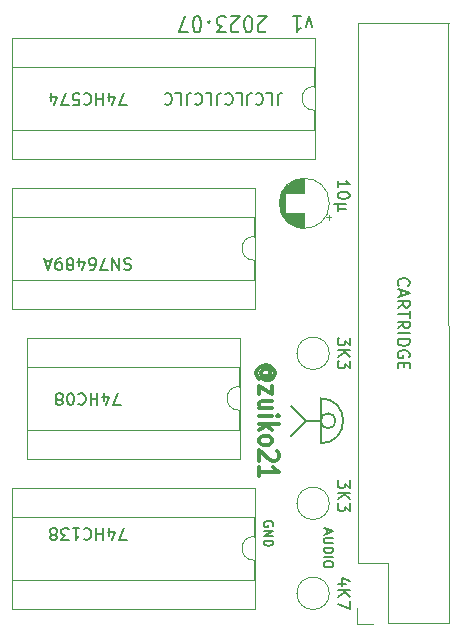
<source format=gto>
G04 #@! TF.GenerationSoftware,KiCad,Pcbnew,(5.1.2-1)-1*
G04 #@! TF.CreationDate,2023-07-30T19:23:29+02:00*
G04 #@! TF.ProjectId,psg-riser,7073672d-7269-4736-9572-2e6b69636164,rev?*
G04 #@! TF.SameCoordinates,Original*
G04 #@! TF.FileFunction,Legend,Top*
G04 #@! TF.FilePolarity,Positive*
%FSLAX46Y46*%
G04 Gerber Fmt 4.6, Leading zero omitted, Abs format (unit mm)*
G04 Created by KiCad (PCBNEW (5.1.2-1)-1) date 2023-07-30 19:23:29*
%MOMM*%
%LPD*%
G04 APERTURE LIST*
%ADD10C,0.150000*%
%ADD11C,0.200000*%
%ADD12C,0.300000*%
%ADD13C,0.120000*%
%ADD14C,0.100000*%
%ADD15O,1.702000X1.702000*%
%ADD16R,1.702000X1.702000*%
%ADD17C,1.702000*%
%ADD18O,1.802000X1.802000*%
%ADD19R,1.802000X1.802000*%
%ADD20C,1.626000*%
%ADD21C,1.302000*%
%ADD22R,1.302000X1.302000*%
G04 APERTURE END LIST*
D10*
X57959047Y-28487619D02*
X57959047Y-27773333D01*
X58006666Y-27630476D01*
X58101904Y-27535238D01*
X58244761Y-27487619D01*
X58340000Y-27487619D01*
X57006666Y-27487619D02*
X57482857Y-27487619D01*
X57482857Y-28487619D01*
X56101904Y-27582857D02*
X56149523Y-27535238D01*
X56292380Y-27487619D01*
X56387619Y-27487619D01*
X56530476Y-27535238D01*
X56625714Y-27630476D01*
X56673333Y-27725714D01*
X56720952Y-27916190D01*
X56720952Y-28059047D01*
X56673333Y-28249523D01*
X56625714Y-28344761D01*
X56530476Y-28440000D01*
X56387619Y-28487619D01*
X56292380Y-28487619D01*
X56149523Y-28440000D01*
X56101904Y-28392380D01*
X55387619Y-28487619D02*
X55387619Y-27773333D01*
X55435238Y-27630476D01*
X55530476Y-27535238D01*
X55673333Y-27487619D01*
X55768571Y-27487619D01*
X54435238Y-27487619D02*
X54911428Y-27487619D01*
X54911428Y-28487619D01*
X53530476Y-27582857D02*
X53578095Y-27535238D01*
X53720952Y-27487619D01*
X53816190Y-27487619D01*
X53959047Y-27535238D01*
X54054285Y-27630476D01*
X54101904Y-27725714D01*
X54149523Y-27916190D01*
X54149523Y-28059047D01*
X54101904Y-28249523D01*
X54054285Y-28344761D01*
X53959047Y-28440000D01*
X53816190Y-28487619D01*
X53720952Y-28487619D01*
X53578095Y-28440000D01*
X53530476Y-28392380D01*
X52816190Y-28487619D02*
X52816190Y-27773333D01*
X52863809Y-27630476D01*
X52959047Y-27535238D01*
X53101904Y-27487619D01*
X53197142Y-27487619D01*
X51863809Y-27487619D02*
X52340000Y-27487619D01*
X52340000Y-28487619D01*
X50959047Y-27582857D02*
X51006666Y-27535238D01*
X51149523Y-27487619D01*
X51244761Y-27487619D01*
X51387619Y-27535238D01*
X51482857Y-27630476D01*
X51530476Y-27725714D01*
X51578095Y-27916190D01*
X51578095Y-28059047D01*
X51530476Y-28249523D01*
X51482857Y-28344761D01*
X51387619Y-28440000D01*
X51244761Y-28487619D01*
X51149523Y-28487619D01*
X51006666Y-28440000D01*
X50959047Y-28392380D01*
X50244761Y-28487619D02*
X50244761Y-27773333D01*
X50292380Y-27630476D01*
X50387619Y-27535238D01*
X50530476Y-27487619D01*
X50625714Y-27487619D01*
X49292380Y-27487619D02*
X49768571Y-27487619D01*
X49768571Y-28487619D01*
X48387619Y-27582857D02*
X48435238Y-27535238D01*
X48578095Y-27487619D01*
X48673333Y-27487619D01*
X48816190Y-27535238D01*
X48911428Y-27630476D01*
X48959047Y-27725714D01*
X49006666Y-27916190D01*
X49006666Y-28059047D01*
X48959047Y-28249523D01*
X48911428Y-28344761D01*
X48816190Y-28440000D01*
X48673333Y-28487619D01*
X48578095Y-28487619D01*
X48435238Y-28440000D01*
X48387619Y-28392380D01*
X57550000Y-64160476D02*
X57588095Y-64084285D01*
X57588095Y-63970000D01*
X57550000Y-63855714D01*
X57473809Y-63779523D01*
X57397619Y-63741428D01*
X57245238Y-63703333D01*
X57130952Y-63703333D01*
X56978571Y-63741428D01*
X56902380Y-63779523D01*
X56826190Y-63855714D01*
X56788095Y-63970000D01*
X56788095Y-64046190D01*
X56826190Y-64160476D01*
X56864285Y-64198571D01*
X57130952Y-64198571D01*
X57130952Y-64046190D01*
X56788095Y-64541428D02*
X57588095Y-64541428D01*
X56788095Y-64998571D01*
X57588095Y-64998571D01*
X56788095Y-65379523D02*
X57588095Y-65379523D01*
X57588095Y-65570000D01*
X57550000Y-65684285D01*
X57473809Y-65760476D01*
X57397619Y-65798571D01*
X57245238Y-65836666D01*
X57130952Y-65836666D01*
X56978571Y-65798571D01*
X56902380Y-65760476D01*
X56826190Y-65684285D01*
X56788095Y-65570000D01*
X56788095Y-65379523D01*
X62096666Y-64420952D02*
X62096666Y-64801904D01*
X61868095Y-64344761D02*
X62668095Y-64611428D01*
X61868095Y-64878095D01*
X62668095Y-65144761D02*
X62020476Y-65144761D01*
X61944285Y-65182857D01*
X61906190Y-65220952D01*
X61868095Y-65297142D01*
X61868095Y-65449523D01*
X61906190Y-65525714D01*
X61944285Y-65563809D01*
X62020476Y-65601904D01*
X62668095Y-65601904D01*
X61868095Y-65982857D02*
X62668095Y-65982857D01*
X62668095Y-66173333D01*
X62630000Y-66287619D01*
X62553809Y-66363809D01*
X62477619Y-66401904D01*
X62325238Y-66440000D01*
X62210952Y-66440000D01*
X62058571Y-66401904D01*
X61982380Y-66363809D01*
X61906190Y-66287619D01*
X61868095Y-66173333D01*
X61868095Y-65982857D01*
X61868095Y-66782857D02*
X62668095Y-66782857D01*
X62668095Y-67316190D02*
X62668095Y-67468571D01*
X62630000Y-67544761D01*
X62553809Y-67620952D01*
X62401428Y-67659047D01*
X62134761Y-67659047D01*
X61982380Y-67620952D01*
X61906190Y-67544761D01*
X61868095Y-67468571D01*
X61868095Y-67316190D01*
X61906190Y-67240000D01*
X61982380Y-67163809D01*
X62134761Y-67125714D01*
X62401428Y-67125714D01*
X62553809Y-67163809D01*
X62630000Y-67240000D01*
X62668095Y-67316190D01*
D11*
X60902142Y-21890000D02*
X60616428Y-20956666D01*
X60330714Y-21890000D01*
X59245000Y-20956666D02*
X59930714Y-20956666D01*
X59587857Y-20956666D02*
X59587857Y-22356666D01*
X59702142Y-22156666D01*
X59816428Y-22023333D01*
X59930714Y-21956666D01*
X56959285Y-22223333D02*
X56902142Y-22290000D01*
X56787857Y-22356666D01*
X56502142Y-22356666D01*
X56387857Y-22290000D01*
X56330714Y-22223333D01*
X56273571Y-22090000D01*
X56273571Y-21956666D01*
X56330714Y-21756666D01*
X57016428Y-20956666D01*
X56273571Y-20956666D01*
X55530714Y-22356666D02*
X55416428Y-22356666D01*
X55302142Y-22290000D01*
X55245000Y-22223333D01*
X55187857Y-22090000D01*
X55130714Y-21823333D01*
X55130714Y-21490000D01*
X55187857Y-21223333D01*
X55245000Y-21090000D01*
X55302142Y-21023333D01*
X55416428Y-20956666D01*
X55530714Y-20956666D01*
X55645000Y-21023333D01*
X55702142Y-21090000D01*
X55759285Y-21223333D01*
X55816428Y-21490000D01*
X55816428Y-21823333D01*
X55759285Y-22090000D01*
X55702142Y-22223333D01*
X55645000Y-22290000D01*
X55530714Y-22356666D01*
X54673571Y-22223333D02*
X54616428Y-22290000D01*
X54502142Y-22356666D01*
X54216428Y-22356666D01*
X54102142Y-22290000D01*
X54045000Y-22223333D01*
X53987857Y-22090000D01*
X53987857Y-21956666D01*
X54045000Y-21756666D01*
X54730714Y-20956666D01*
X53987857Y-20956666D01*
X53587857Y-22356666D02*
X52845000Y-22356666D01*
X53245000Y-21823333D01*
X53073571Y-21823333D01*
X52959285Y-21756666D01*
X52902142Y-21690000D01*
X52845000Y-21556666D01*
X52845000Y-21223333D01*
X52902142Y-21090000D01*
X52959285Y-21023333D01*
X53073571Y-20956666D01*
X53416428Y-20956666D01*
X53530714Y-21023333D01*
X53587857Y-21090000D01*
X52159285Y-21556666D02*
X52216428Y-21490000D01*
X52159285Y-21423333D01*
X52102142Y-21490000D01*
X52159285Y-21556666D01*
X52159285Y-21423333D01*
X51187857Y-22356666D02*
X51073571Y-22356666D01*
X50959285Y-22290000D01*
X50902142Y-22223333D01*
X50845000Y-22090000D01*
X50787857Y-21823333D01*
X50787857Y-21490000D01*
X50845000Y-21223333D01*
X50902142Y-21090000D01*
X50959285Y-21023333D01*
X51073571Y-20956666D01*
X51187857Y-20956666D01*
X51302142Y-21023333D01*
X51359285Y-21090000D01*
X51416428Y-21223333D01*
X51473571Y-21490000D01*
X51473571Y-21823333D01*
X51416428Y-22090000D01*
X51359285Y-22223333D01*
X51302142Y-22290000D01*
X51187857Y-22356666D01*
X50387857Y-22356666D02*
X49587857Y-22356666D01*
X50102142Y-20956666D01*
X59055000Y-56515000D02*
X60325000Y-55245000D01*
X60325000Y-55245000D02*
X59055000Y-53975000D01*
X61595000Y-55245000D02*
X60325000Y-55245000D01*
X61595000Y-53340000D02*
X61595000Y-57150000D01*
X61595000Y-53340000D02*
G75*
G02X61595000Y-57150000I0J-1905000D01*
G01*
X62865000Y-55245000D02*
G75*
G03X62865000Y-55245000I-635000J0D01*
G01*
D12*
X57190476Y-51478333D02*
X57271428Y-51411666D01*
X57352380Y-51278333D01*
X57352380Y-51145000D01*
X57271428Y-51011666D01*
X57190476Y-50945000D01*
X57028571Y-50878333D01*
X56866666Y-50878333D01*
X56704761Y-50945000D01*
X56623809Y-51011666D01*
X56542857Y-51145000D01*
X56542857Y-51278333D01*
X56623809Y-51411666D01*
X56704761Y-51478333D01*
X57352380Y-51478333D02*
X56704761Y-51478333D01*
X56623809Y-51545000D01*
X56623809Y-51611666D01*
X56704761Y-51745000D01*
X56866666Y-51811666D01*
X57271428Y-51811666D01*
X57514285Y-51678333D01*
X57676190Y-51478333D01*
X57757142Y-51211666D01*
X57676190Y-50945000D01*
X57514285Y-50745000D01*
X57271428Y-50611666D01*
X56947619Y-50545000D01*
X56623809Y-50611666D01*
X56380952Y-50745000D01*
X56219047Y-50945000D01*
X56138095Y-51211666D01*
X56219047Y-51478333D01*
X56380952Y-51678333D01*
X57514285Y-52278333D02*
X57514285Y-53011666D01*
X56380952Y-52278333D01*
X56380952Y-53011666D01*
X57514285Y-54145000D02*
X56380952Y-54145000D01*
X57514285Y-53545000D02*
X56623809Y-53545000D01*
X56461904Y-53611666D01*
X56380952Y-53745000D01*
X56380952Y-53945000D01*
X56461904Y-54078333D01*
X56542857Y-54145000D01*
X56380952Y-54811666D02*
X57514285Y-54811666D01*
X58080952Y-54811666D02*
X58000000Y-54745000D01*
X57919047Y-54811666D01*
X58000000Y-54878333D01*
X58080952Y-54811666D01*
X57919047Y-54811666D01*
X56380952Y-55478333D02*
X58080952Y-55478333D01*
X57028571Y-55611666D02*
X56380952Y-56011666D01*
X57514285Y-56011666D02*
X56866666Y-55478333D01*
X56380952Y-56811666D02*
X56461904Y-56678333D01*
X56542857Y-56611666D01*
X56704761Y-56545000D01*
X57190476Y-56545000D01*
X57352380Y-56611666D01*
X57433333Y-56678333D01*
X57514285Y-56811666D01*
X57514285Y-57011666D01*
X57433333Y-57145000D01*
X57352380Y-57211666D01*
X57190476Y-57278333D01*
X56704761Y-57278333D01*
X56542857Y-57211666D01*
X56461904Y-57145000D01*
X56380952Y-57011666D01*
X56380952Y-56811666D01*
X57919047Y-57811666D02*
X58000000Y-57878333D01*
X58080952Y-58011666D01*
X58080952Y-58345000D01*
X58000000Y-58478333D01*
X57919047Y-58545000D01*
X57757142Y-58611666D01*
X57595238Y-58611666D01*
X57352380Y-58545000D01*
X56380952Y-57745000D01*
X56380952Y-58611666D01*
X56380952Y-59945000D02*
X56380952Y-59145000D01*
X56380952Y-59545000D02*
X58080952Y-59545000D01*
X57838095Y-59411666D01*
X57676190Y-59278333D01*
X57595238Y-59145000D01*
D13*
X56000000Y-71180000D02*
X56000000Y-60900000D01*
X35440000Y-71180000D02*
X56000000Y-71180000D01*
X35440000Y-60900000D02*
X35440000Y-71180000D01*
X56000000Y-60900000D02*
X35440000Y-60900000D01*
X55940000Y-68690000D02*
X55940000Y-67040000D01*
X35500000Y-68690000D02*
X55940000Y-68690000D01*
X35500000Y-63390000D02*
X35500000Y-68690000D01*
X55940000Y-63390000D02*
X35500000Y-63390000D01*
X55940000Y-65040000D02*
X55940000Y-63390000D01*
X55940000Y-67040000D02*
G75*
G02X55940000Y-65040000I0J1000000D01*
G01*
X54730000Y-58480000D02*
X54730000Y-48200000D01*
X36710000Y-58480000D02*
X54730000Y-58480000D01*
X36710000Y-48200000D02*
X36710000Y-58480000D01*
X54730000Y-48200000D02*
X36710000Y-48200000D01*
X54670000Y-55990000D02*
X54670000Y-54340000D01*
X36770000Y-55990000D02*
X54670000Y-55990000D01*
X36770000Y-50690000D02*
X36770000Y-55990000D01*
X54670000Y-50690000D02*
X36770000Y-50690000D01*
X54670000Y-52340000D02*
X54670000Y-50690000D01*
X54670000Y-54340000D02*
G75*
G02X54670000Y-52340000I0J1000000D01*
G01*
X61080000Y-33080000D02*
X61080000Y-22800000D01*
X35440000Y-33080000D02*
X61080000Y-33080000D01*
X35440000Y-22800000D02*
X35440000Y-33080000D01*
X61080000Y-22800000D02*
X35440000Y-22800000D01*
X61020000Y-30590000D02*
X61020000Y-28940000D01*
X35500000Y-30590000D02*
X61020000Y-30590000D01*
X35500000Y-25290000D02*
X35500000Y-30590000D01*
X61020000Y-25290000D02*
X35500000Y-25290000D01*
X61020000Y-26940000D02*
X61020000Y-25290000D01*
X61020000Y-28940000D02*
G75*
G02X61020000Y-26940000I0J1000000D01*
G01*
X56000000Y-45780000D02*
X56000000Y-35500000D01*
X35440000Y-45780000D02*
X56000000Y-45780000D01*
X35440000Y-35500000D02*
X35440000Y-45780000D01*
X56000000Y-35500000D02*
X35440000Y-35500000D01*
X55940000Y-43290000D02*
X55940000Y-41640000D01*
X35500000Y-43290000D02*
X55940000Y-43290000D01*
X35500000Y-37990000D02*
X35500000Y-43290000D01*
X55940000Y-37990000D02*
X35500000Y-37990000D01*
X55940000Y-39640000D02*
X55940000Y-37990000D01*
X55940000Y-41640000D02*
G75*
G02X55940000Y-39640000I0J1000000D01*
G01*
X59590000Y-49530000D02*
X59520000Y-49530000D01*
X62330000Y-49530000D02*
G75*
G03X62330000Y-49530000I-1370000J0D01*
G01*
X59590000Y-69850000D02*
X59520000Y-69850000D01*
X62330000Y-69850000D02*
G75*
G03X62330000Y-69850000I-1370000J0D01*
G01*
X59590000Y-62230000D02*
X59520000Y-62230000D01*
X62330000Y-62230000D02*
G75*
G03X62330000Y-62230000I-1370000J0D01*
G01*
X72450000Y-72390000D02*
X67310000Y-72390000D01*
X72450000Y-72390000D02*
X72390000Y-21590000D01*
X72450000Y-21590000D02*
X64770000Y-21590000D01*
X64770000Y-67310000D02*
X64770000Y-21590000D01*
X67310000Y-67310000D02*
X64770000Y-67310000D01*
X67310000Y-72390000D02*
X67310000Y-67310000D01*
X64710000Y-72450000D02*
X64710000Y-71120000D01*
X66040000Y-72450000D02*
X64710000Y-72450000D01*
X62279801Y-38225000D02*
X62279801Y-37825000D01*
X62479801Y-38025000D02*
X62079801Y-38025000D01*
X58129000Y-37200000D02*
X58129000Y-36460000D01*
X58169000Y-37367000D02*
X58169000Y-36293000D01*
X58209000Y-37494000D02*
X58209000Y-36166000D01*
X58249000Y-37598000D02*
X58249000Y-36062000D01*
X58289000Y-37689000D02*
X58289000Y-35971000D01*
X58329000Y-37770000D02*
X58329000Y-35890000D01*
X58369000Y-37843000D02*
X58369000Y-35817000D01*
X58409000Y-37910000D02*
X58409000Y-35750000D01*
X58449000Y-37972000D02*
X58449000Y-35688000D01*
X58489000Y-38030000D02*
X58489000Y-35630000D01*
X58529000Y-38084000D02*
X58529000Y-35576000D01*
X58569000Y-38134000D02*
X58569000Y-35526000D01*
X58609000Y-38181000D02*
X58609000Y-35479000D01*
X58649000Y-35990000D02*
X58649000Y-35434000D01*
X58649000Y-38226000D02*
X58649000Y-37670000D01*
X58689000Y-35990000D02*
X58689000Y-35392000D01*
X58689000Y-38268000D02*
X58689000Y-37670000D01*
X58729000Y-35990000D02*
X58729000Y-35352000D01*
X58729000Y-38308000D02*
X58729000Y-37670000D01*
X58769000Y-35990000D02*
X58769000Y-35314000D01*
X58769000Y-38346000D02*
X58769000Y-37670000D01*
X58809000Y-35990000D02*
X58809000Y-35278000D01*
X58809000Y-38382000D02*
X58809000Y-37670000D01*
X58849000Y-35990000D02*
X58849000Y-35243000D01*
X58849000Y-38417000D02*
X58849000Y-37670000D01*
X58889000Y-35990000D02*
X58889000Y-35211000D01*
X58889000Y-38449000D02*
X58889000Y-37670000D01*
X58929000Y-35990000D02*
X58929000Y-35180000D01*
X58929000Y-38480000D02*
X58929000Y-37670000D01*
X58969000Y-35990000D02*
X58969000Y-35150000D01*
X58969000Y-38510000D02*
X58969000Y-37670000D01*
X59009000Y-35990000D02*
X59009000Y-35122000D01*
X59009000Y-38538000D02*
X59009000Y-37670000D01*
X59049000Y-35990000D02*
X59049000Y-35095000D01*
X59049000Y-38565000D02*
X59049000Y-37670000D01*
X59089000Y-35990000D02*
X59089000Y-35070000D01*
X59089000Y-38590000D02*
X59089000Y-37670000D01*
X59129000Y-35990000D02*
X59129000Y-35045000D01*
X59129000Y-38615000D02*
X59129000Y-37670000D01*
X59169000Y-35990000D02*
X59169000Y-35022000D01*
X59169000Y-38638000D02*
X59169000Y-37670000D01*
X59209000Y-35990000D02*
X59209000Y-35000000D01*
X59209000Y-38660000D02*
X59209000Y-37670000D01*
X59249000Y-35990000D02*
X59249000Y-34979000D01*
X59249000Y-38681000D02*
X59249000Y-37670000D01*
X59289000Y-35990000D02*
X59289000Y-34960000D01*
X59289000Y-38700000D02*
X59289000Y-37670000D01*
X59329000Y-35990000D02*
X59329000Y-34941000D01*
X59329000Y-38719000D02*
X59329000Y-37670000D01*
X59369000Y-35990000D02*
X59369000Y-34923000D01*
X59369000Y-38737000D02*
X59369000Y-37670000D01*
X59409000Y-35990000D02*
X59409000Y-34906000D01*
X59409000Y-38754000D02*
X59409000Y-37670000D01*
X59449000Y-35990000D02*
X59449000Y-34890000D01*
X59449000Y-38770000D02*
X59449000Y-37670000D01*
X59489000Y-35990000D02*
X59489000Y-34876000D01*
X59489000Y-38784000D02*
X59489000Y-37670000D01*
X59530000Y-35990000D02*
X59530000Y-34862000D01*
X59530000Y-38798000D02*
X59530000Y-37670000D01*
X59570000Y-35990000D02*
X59570000Y-34848000D01*
X59570000Y-38812000D02*
X59570000Y-37670000D01*
X59610000Y-35990000D02*
X59610000Y-34836000D01*
X59610000Y-38824000D02*
X59610000Y-37670000D01*
X59650000Y-35990000D02*
X59650000Y-34825000D01*
X59650000Y-38835000D02*
X59650000Y-37670000D01*
X59690000Y-35990000D02*
X59690000Y-34814000D01*
X59690000Y-38846000D02*
X59690000Y-37670000D01*
X59730000Y-35990000D02*
X59730000Y-34805000D01*
X59730000Y-38855000D02*
X59730000Y-37670000D01*
X59770000Y-35990000D02*
X59770000Y-34796000D01*
X59770000Y-38864000D02*
X59770000Y-37670000D01*
X59810000Y-35990000D02*
X59810000Y-34788000D01*
X59810000Y-38872000D02*
X59810000Y-37670000D01*
X59850000Y-35990000D02*
X59850000Y-34780000D01*
X59850000Y-38880000D02*
X59850000Y-37670000D01*
X59890000Y-35990000D02*
X59890000Y-34774000D01*
X59890000Y-38886000D02*
X59890000Y-37670000D01*
X59930000Y-35990000D02*
X59930000Y-34768000D01*
X59930000Y-38892000D02*
X59930000Y-37670000D01*
X59970000Y-35990000D02*
X59970000Y-34763000D01*
X59970000Y-38897000D02*
X59970000Y-37670000D01*
X60010000Y-35990000D02*
X60010000Y-34759000D01*
X60010000Y-38901000D02*
X60010000Y-37670000D01*
X60050000Y-35990000D02*
X60050000Y-34756000D01*
X60050000Y-38904000D02*
X60050000Y-37670000D01*
X60090000Y-35990000D02*
X60090000Y-34753000D01*
X60090000Y-38907000D02*
X60090000Y-37670000D01*
X60130000Y-38909000D02*
X60130000Y-37670000D01*
X60130000Y-35990000D02*
X60130000Y-34751000D01*
X60170000Y-38910000D02*
X60170000Y-37670000D01*
X60170000Y-35990000D02*
X60170000Y-34750000D01*
X60210000Y-38910000D02*
X60210000Y-37670000D01*
X60210000Y-35990000D02*
X60210000Y-34750000D01*
X62330000Y-36830000D02*
G75*
G03X62330000Y-36830000I-2120000J0D01*
G01*
D10*
X45171904Y-65317619D02*
X44505238Y-65317619D01*
X44933809Y-64317619D01*
X43695714Y-64984285D02*
X43695714Y-64317619D01*
X43933809Y-65365238D02*
X44171904Y-64650952D01*
X43552857Y-64650952D01*
X43171904Y-64317619D02*
X43171904Y-65317619D01*
X43171904Y-64841428D02*
X42600476Y-64841428D01*
X42600476Y-64317619D02*
X42600476Y-65317619D01*
X41552857Y-64412857D02*
X41600476Y-64365238D01*
X41743333Y-64317619D01*
X41838571Y-64317619D01*
X41981428Y-64365238D01*
X42076666Y-64460476D01*
X42124285Y-64555714D01*
X42171904Y-64746190D01*
X42171904Y-64889047D01*
X42124285Y-65079523D01*
X42076666Y-65174761D01*
X41981428Y-65270000D01*
X41838571Y-65317619D01*
X41743333Y-65317619D01*
X41600476Y-65270000D01*
X41552857Y-65222380D01*
X40600476Y-64317619D02*
X41171904Y-64317619D01*
X40886190Y-64317619D02*
X40886190Y-65317619D01*
X40981428Y-65174761D01*
X41076666Y-65079523D01*
X41171904Y-65031904D01*
X40267142Y-65317619D02*
X39648095Y-65317619D01*
X39981428Y-64936666D01*
X39838571Y-64936666D01*
X39743333Y-64889047D01*
X39695714Y-64841428D01*
X39648095Y-64746190D01*
X39648095Y-64508095D01*
X39695714Y-64412857D01*
X39743333Y-64365238D01*
X39838571Y-64317619D01*
X40124285Y-64317619D01*
X40219523Y-64365238D01*
X40267142Y-64412857D01*
X39076666Y-64889047D02*
X39171904Y-64936666D01*
X39219523Y-64984285D01*
X39267142Y-65079523D01*
X39267142Y-65127142D01*
X39219523Y-65222380D01*
X39171904Y-65270000D01*
X39076666Y-65317619D01*
X38886190Y-65317619D01*
X38790952Y-65270000D01*
X38743333Y-65222380D01*
X38695714Y-65127142D01*
X38695714Y-65079523D01*
X38743333Y-64984285D01*
X38790952Y-64936666D01*
X38886190Y-64889047D01*
X39076666Y-64889047D01*
X39171904Y-64841428D01*
X39219523Y-64793809D01*
X39267142Y-64698571D01*
X39267142Y-64508095D01*
X39219523Y-64412857D01*
X39171904Y-64365238D01*
X39076666Y-64317619D01*
X38886190Y-64317619D01*
X38790952Y-64365238D01*
X38743333Y-64412857D01*
X38695714Y-64508095D01*
X38695714Y-64698571D01*
X38743333Y-64793809D01*
X38790952Y-64841428D01*
X38886190Y-64889047D01*
X44695714Y-53887619D02*
X44029047Y-53887619D01*
X44457619Y-52887619D01*
X43219523Y-53554285D02*
X43219523Y-52887619D01*
X43457619Y-53935238D02*
X43695714Y-53220952D01*
X43076666Y-53220952D01*
X42695714Y-52887619D02*
X42695714Y-53887619D01*
X42695714Y-53411428D02*
X42124285Y-53411428D01*
X42124285Y-52887619D02*
X42124285Y-53887619D01*
X41076666Y-52982857D02*
X41124285Y-52935238D01*
X41267142Y-52887619D01*
X41362380Y-52887619D01*
X41505238Y-52935238D01*
X41600476Y-53030476D01*
X41648095Y-53125714D01*
X41695714Y-53316190D01*
X41695714Y-53459047D01*
X41648095Y-53649523D01*
X41600476Y-53744761D01*
X41505238Y-53840000D01*
X41362380Y-53887619D01*
X41267142Y-53887619D01*
X41124285Y-53840000D01*
X41076666Y-53792380D01*
X40457619Y-53887619D02*
X40362380Y-53887619D01*
X40267142Y-53840000D01*
X40219523Y-53792380D01*
X40171904Y-53697142D01*
X40124285Y-53506666D01*
X40124285Y-53268571D01*
X40171904Y-53078095D01*
X40219523Y-52982857D01*
X40267142Y-52935238D01*
X40362380Y-52887619D01*
X40457619Y-52887619D01*
X40552857Y-52935238D01*
X40600476Y-52982857D01*
X40648095Y-53078095D01*
X40695714Y-53268571D01*
X40695714Y-53506666D01*
X40648095Y-53697142D01*
X40600476Y-53792380D01*
X40552857Y-53840000D01*
X40457619Y-53887619D01*
X39552857Y-53459047D02*
X39648095Y-53506666D01*
X39695714Y-53554285D01*
X39743333Y-53649523D01*
X39743333Y-53697142D01*
X39695714Y-53792380D01*
X39648095Y-53840000D01*
X39552857Y-53887619D01*
X39362380Y-53887619D01*
X39267142Y-53840000D01*
X39219523Y-53792380D01*
X39171904Y-53697142D01*
X39171904Y-53649523D01*
X39219523Y-53554285D01*
X39267142Y-53506666D01*
X39362380Y-53459047D01*
X39552857Y-53459047D01*
X39648095Y-53411428D01*
X39695714Y-53363809D01*
X39743333Y-53268571D01*
X39743333Y-53078095D01*
X39695714Y-52982857D01*
X39648095Y-52935238D01*
X39552857Y-52887619D01*
X39362380Y-52887619D01*
X39267142Y-52935238D01*
X39219523Y-52982857D01*
X39171904Y-53078095D01*
X39171904Y-53268571D01*
X39219523Y-53363809D01*
X39267142Y-53411428D01*
X39362380Y-53459047D01*
X45171904Y-28487619D02*
X44505238Y-28487619D01*
X44933809Y-27487619D01*
X43695714Y-28154285D02*
X43695714Y-27487619D01*
X43933809Y-28535238D02*
X44171904Y-27820952D01*
X43552857Y-27820952D01*
X43171904Y-27487619D02*
X43171904Y-28487619D01*
X43171904Y-28011428D02*
X42600476Y-28011428D01*
X42600476Y-27487619D02*
X42600476Y-28487619D01*
X41552857Y-27582857D02*
X41600476Y-27535238D01*
X41743333Y-27487619D01*
X41838571Y-27487619D01*
X41981428Y-27535238D01*
X42076666Y-27630476D01*
X42124285Y-27725714D01*
X42171904Y-27916190D01*
X42171904Y-28059047D01*
X42124285Y-28249523D01*
X42076666Y-28344761D01*
X41981428Y-28440000D01*
X41838571Y-28487619D01*
X41743333Y-28487619D01*
X41600476Y-28440000D01*
X41552857Y-28392380D01*
X40648095Y-28487619D02*
X41124285Y-28487619D01*
X41171904Y-28011428D01*
X41124285Y-28059047D01*
X41029047Y-28106666D01*
X40790952Y-28106666D01*
X40695714Y-28059047D01*
X40648095Y-28011428D01*
X40600476Y-27916190D01*
X40600476Y-27678095D01*
X40648095Y-27582857D01*
X40695714Y-27535238D01*
X40790952Y-27487619D01*
X41029047Y-27487619D01*
X41124285Y-27535238D01*
X41171904Y-27582857D01*
X40267142Y-28487619D02*
X39600476Y-28487619D01*
X40029047Y-27487619D01*
X38790952Y-28154285D02*
X38790952Y-27487619D01*
X39029047Y-28535238D02*
X39267142Y-27820952D01*
X38648095Y-27820952D01*
X45529047Y-41505238D02*
X45386190Y-41457619D01*
X45148095Y-41457619D01*
X45052857Y-41505238D01*
X45005238Y-41552857D01*
X44957619Y-41648095D01*
X44957619Y-41743333D01*
X45005238Y-41838571D01*
X45052857Y-41886190D01*
X45148095Y-41933809D01*
X45338571Y-41981428D01*
X45433809Y-42029047D01*
X45481428Y-42076666D01*
X45529047Y-42171904D01*
X45529047Y-42267142D01*
X45481428Y-42362380D01*
X45433809Y-42410000D01*
X45338571Y-42457619D01*
X45100476Y-42457619D01*
X44957619Y-42410000D01*
X44529047Y-41457619D02*
X44529047Y-42457619D01*
X43957619Y-41457619D01*
X43957619Y-42457619D01*
X43576666Y-42457619D02*
X42910000Y-42457619D01*
X43338571Y-41457619D01*
X42100476Y-42457619D02*
X42290952Y-42457619D01*
X42386190Y-42410000D01*
X42433809Y-42362380D01*
X42529047Y-42219523D01*
X42576666Y-42029047D01*
X42576666Y-41648095D01*
X42529047Y-41552857D01*
X42481428Y-41505238D01*
X42386190Y-41457619D01*
X42195714Y-41457619D01*
X42100476Y-41505238D01*
X42052857Y-41552857D01*
X42005238Y-41648095D01*
X42005238Y-41886190D01*
X42052857Y-41981428D01*
X42100476Y-42029047D01*
X42195714Y-42076666D01*
X42386190Y-42076666D01*
X42481428Y-42029047D01*
X42529047Y-41981428D01*
X42576666Y-41886190D01*
X41148095Y-42124285D02*
X41148095Y-41457619D01*
X41386190Y-42505238D02*
X41624285Y-41790952D01*
X41005238Y-41790952D01*
X40481428Y-42029047D02*
X40576666Y-42076666D01*
X40624285Y-42124285D01*
X40671904Y-42219523D01*
X40671904Y-42267142D01*
X40624285Y-42362380D01*
X40576666Y-42410000D01*
X40481428Y-42457619D01*
X40290952Y-42457619D01*
X40195714Y-42410000D01*
X40148095Y-42362380D01*
X40100476Y-42267142D01*
X40100476Y-42219523D01*
X40148095Y-42124285D01*
X40195714Y-42076666D01*
X40290952Y-42029047D01*
X40481428Y-42029047D01*
X40576666Y-41981428D01*
X40624285Y-41933809D01*
X40671904Y-41838571D01*
X40671904Y-41648095D01*
X40624285Y-41552857D01*
X40576666Y-41505238D01*
X40481428Y-41457619D01*
X40290952Y-41457619D01*
X40195714Y-41505238D01*
X40148095Y-41552857D01*
X40100476Y-41648095D01*
X40100476Y-41838571D01*
X40148095Y-41933809D01*
X40195714Y-41981428D01*
X40290952Y-42029047D01*
X39624285Y-41457619D02*
X39433809Y-41457619D01*
X39338571Y-41505238D01*
X39290952Y-41552857D01*
X39195714Y-41695714D01*
X39148095Y-41886190D01*
X39148095Y-42267142D01*
X39195714Y-42362380D01*
X39243333Y-42410000D01*
X39338571Y-42457619D01*
X39529047Y-42457619D01*
X39624285Y-42410000D01*
X39671904Y-42362380D01*
X39719523Y-42267142D01*
X39719523Y-42029047D01*
X39671904Y-41933809D01*
X39624285Y-41886190D01*
X39529047Y-41838571D01*
X39338571Y-41838571D01*
X39243333Y-41886190D01*
X39195714Y-41933809D01*
X39148095Y-42029047D01*
X38767142Y-41743333D02*
X38290952Y-41743333D01*
X38862380Y-41457619D02*
X38529047Y-42457619D01*
X38195714Y-41457619D01*
X64047619Y-48220476D02*
X64047619Y-48839523D01*
X63666666Y-48506190D01*
X63666666Y-48649047D01*
X63619047Y-48744285D01*
X63571428Y-48791904D01*
X63476190Y-48839523D01*
X63238095Y-48839523D01*
X63142857Y-48791904D01*
X63095238Y-48744285D01*
X63047619Y-48649047D01*
X63047619Y-48363333D01*
X63095238Y-48268095D01*
X63142857Y-48220476D01*
X63047619Y-49268095D02*
X64047619Y-49268095D01*
X63047619Y-49839523D02*
X63619047Y-49410952D01*
X64047619Y-49839523D02*
X63476190Y-49268095D01*
X64047619Y-50172857D02*
X64047619Y-50791904D01*
X63666666Y-50458571D01*
X63666666Y-50601428D01*
X63619047Y-50696666D01*
X63571428Y-50744285D01*
X63476190Y-50791904D01*
X63238095Y-50791904D01*
X63142857Y-50744285D01*
X63095238Y-50696666D01*
X63047619Y-50601428D01*
X63047619Y-50315714D01*
X63095238Y-50220476D01*
X63142857Y-50172857D01*
X63714285Y-69064285D02*
X63047619Y-69064285D01*
X64095238Y-68826190D02*
X63380952Y-68588095D01*
X63380952Y-69207142D01*
X63047619Y-69588095D02*
X64047619Y-69588095D01*
X63047619Y-70159523D02*
X63619047Y-69730952D01*
X64047619Y-70159523D02*
X63476190Y-69588095D01*
X64047619Y-70492857D02*
X64047619Y-71159523D01*
X63047619Y-70730952D01*
X64047619Y-60285476D02*
X64047619Y-60904523D01*
X63666666Y-60571190D01*
X63666666Y-60714047D01*
X63619047Y-60809285D01*
X63571428Y-60856904D01*
X63476190Y-60904523D01*
X63238095Y-60904523D01*
X63142857Y-60856904D01*
X63095238Y-60809285D01*
X63047619Y-60714047D01*
X63047619Y-60428333D01*
X63095238Y-60333095D01*
X63142857Y-60285476D01*
X63047619Y-61333095D02*
X64047619Y-61333095D01*
X63047619Y-61904523D02*
X63619047Y-61475952D01*
X64047619Y-61904523D02*
X63476190Y-61333095D01*
X64047619Y-62237857D02*
X64047619Y-62856904D01*
X63666666Y-62523571D01*
X63666666Y-62666428D01*
X63619047Y-62761666D01*
X63571428Y-62809285D01*
X63476190Y-62856904D01*
X63238095Y-62856904D01*
X63142857Y-62809285D01*
X63095238Y-62761666D01*
X63047619Y-62666428D01*
X63047619Y-62380714D01*
X63095238Y-62285476D01*
X63142857Y-62237857D01*
X68222857Y-43799523D02*
X68175238Y-43751904D01*
X68127619Y-43609047D01*
X68127619Y-43513809D01*
X68175238Y-43370952D01*
X68270476Y-43275714D01*
X68365714Y-43228095D01*
X68556190Y-43180476D01*
X68699047Y-43180476D01*
X68889523Y-43228095D01*
X68984761Y-43275714D01*
X69080000Y-43370952D01*
X69127619Y-43513809D01*
X69127619Y-43609047D01*
X69080000Y-43751904D01*
X69032380Y-43799523D01*
X68413333Y-44180476D02*
X68413333Y-44656666D01*
X68127619Y-44085238D02*
X69127619Y-44418571D01*
X68127619Y-44751904D01*
X68127619Y-45656666D02*
X68603809Y-45323333D01*
X68127619Y-45085238D02*
X69127619Y-45085238D01*
X69127619Y-45466190D01*
X69080000Y-45561428D01*
X69032380Y-45609047D01*
X68937142Y-45656666D01*
X68794285Y-45656666D01*
X68699047Y-45609047D01*
X68651428Y-45561428D01*
X68603809Y-45466190D01*
X68603809Y-45085238D01*
X69127619Y-45942380D02*
X69127619Y-46513809D01*
X68127619Y-46228095D02*
X69127619Y-46228095D01*
X68127619Y-47418571D02*
X68603809Y-47085238D01*
X68127619Y-46847142D02*
X69127619Y-46847142D01*
X69127619Y-47228095D01*
X69080000Y-47323333D01*
X69032380Y-47370952D01*
X68937142Y-47418571D01*
X68794285Y-47418571D01*
X68699047Y-47370952D01*
X68651428Y-47323333D01*
X68603809Y-47228095D01*
X68603809Y-46847142D01*
X68127619Y-47847142D02*
X69127619Y-47847142D01*
X68127619Y-48323333D02*
X69127619Y-48323333D01*
X69127619Y-48561428D01*
X69080000Y-48704285D01*
X68984761Y-48799523D01*
X68889523Y-48847142D01*
X68699047Y-48894761D01*
X68556190Y-48894761D01*
X68365714Y-48847142D01*
X68270476Y-48799523D01*
X68175238Y-48704285D01*
X68127619Y-48561428D01*
X68127619Y-48323333D01*
X69080000Y-49847142D02*
X69127619Y-49751904D01*
X69127619Y-49609047D01*
X69080000Y-49466190D01*
X68984761Y-49370952D01*
X68889523Y-49323333D01*
X68699047Y-49275714D01*
X68556190Y-49275714D01*
X68365714Y-49323333D01*
X68270476Y-49370952D01*
X68175238Y-49466190D01*
X68127619Y-49609047D01*
X68127619Y-49704285D01*
X68175238Y-49847142D01*
X68222857Y-49894761D01*
X68556190Y-49894761D01*
X68556190Y-49704285D01*
X68651428Y-50323333D02*
X68651428Y-50656666D01*
X68127619Y-50799523D02*
X68127619Y-50323333D01*
X69127619Y-50323333D01*
X69127619Y-50799523D01*
X63047619Y-35480714D02*
X63047619Y-34909285D01*
X63047619Y-35195000D02*
X64047619Y-35195000D01*
X63904761Y-35099761D01*
X63809523Y-35004523D01*
X63761904Y-34909285D01*
X64047619Y-36099761D02*
X64047619Y-36195000D01*
X64000000Y-36290238D01*
X63952380Y-36337857D01*
X63857142Y-36385476D01*
X63666666Y-36433095D01*
X63428571Y-36433095D01*
X63238095Y-36385476D01*
X63142857Y-36337857D01*
X63095238Y-36290238D01*
X63047619Y-36195000D01*
X63047619Y-36099761D01*
X63095238Y-36004523D01*
X63142857Y-35956904D01*
X63238095Y-35909285D01*
X63428571Y-35861666D01*
X63666666Y-35861666D01*
X63857142Y-35909285D01*
X63952380Y-35956904D01*
X64000000Y-36004523D01*
X64047619Y-36099761D01*
X63714285Y-36861666D02*
X62714285Y-36861666D01*
X63190476Y-37337857D02*
X63095238Y-37385476D01*
X63047619Y-37480714D01*
X63190476Y-36861666D02*
X63095238Y-36909285D01*
X63047619Y-37004523D01*
X63047619Y-37195000D01*
X63095238Y-37290238D01*
X63190476Y-37337857D01*
X63714285Y-37337857D01*
%LPC*%
D14*
G36*
X25400000Y-22860000D02*
G01*
X25400000Y-71120000D01*
X33020000Y-71120000D01*
X33020000Y-22860000D01*
X25400000Y-22860000D01*
G37*
X25400000Y-22860000D02*
X25400000Y-71120000D01*
X33020000Y-71120000D01*
X33020000Y-22860000D01*
X25400000Y-22860000D01*
D15*
X54610000Y-69850000D03*
X36830000Y-62230000D03*
X52070000Y-69850000D03*
X39370000Y-62230000D03*
X49530000Y-69850000D03*
X41910000Y-62230000D03*
X46990000Y-69850000D03*
X44450000Y-62230000D03*
X44450000Y-69850000D03*
X46990000Y-62230000D03*
X41910000Y-69850000D03*
X49530000Y-62230000D03*
X39370000Y-69850000D03*
X52070000Y-62230000D03*
X36830000Y-69850000D03*
D16*
X54610000Y-62230000D03*
D15*
X53340000Y-57150000D03*
X38100000Y-49530000D03*
X50800000Y-57150000D03*
X40640000Y-49530000D03*
X48260000Y-57150000D03*
X43180000Y-49530000D03*
X45720000Y-57150000D03*
X45720000Y-49530000D03*
X43180000Y-57150000D03*
X48260000Y-49530000D03*
X40640000Y-57150000D03*
X50800000Y-49530000D03*
X38100000Y-57150000D03*
D16*
X53340000Y-49530000D03*
D15*
X59690000Y-31750000D03*
X36830000Y-24130000D03*
X57150000Y-31750000D03*
X39370000Y-24130000D03*
X54610000Y-31750000D03*
X41910000Y-24130000D03*
X52070000Y-31750000D03*
X44450000Y-24130000D03*
X49530000Y-31750000D03*
X46990000Y-24130000D03*
X46990000Y-31750000D03*
X49530000Y-24130000D03*
X44450000Y-31750000D03*
X52070000Y-24130000D03*
X41910000Y-31750000D03*
X54610000Y-24130000D03*
X39370000Y-31750000D03*
X57150000Y-24130000D03*
X36830000Y-31750000D03*
D16*
X59690000Y-24130000D03*
D15*
X54610000Y-44450000D03*
X36830000Y-36830000D03*
X52070000Y-44450000D03*
X39370000Y-36830000D03*
X49530000Y-44450000D03*
X41910000Y-36830000D03*
X46990000Y-44450000D03*
X44450000Y-36830000D03*
X44450000Y-44450000D03*
X46990000Y-36830000D03*
X41910000Y-44450000D03*
X49530000Y-36830000D03*
X39370000Y-44450000D03*
X52070000Y-36830000D03*
X36830000Y-44450000D03*
D16*
X54610000Y-36830000D03*
D15*
X58420000Y-49530000D03*
D17*
X60960000Y-49530000D03*
D15*
X58420000Y-69850000D03*
D17*
X60960000Y-69850000D03*
D15*
X58420000Y-62230000D03*
D17*
X60960000Y-62230000D03*
D18*
X66040000Y-60960000D03*
X71120000Y-45720000D03*
X66040000Y-43180000D03*
X71120000Y-43180000D03*
X66040000Y-40640000D03*
X71120000Y-40640000D03*
X66040000Y-38100000D03*
X71120000Y-38100000D03*
X66040000Y-35560000D03*
X71120000Y-35560000D03*
X66040000Y-33020000D03*
X71120000Y-33020000D03*
X66040000Y-30480000D03*
X71120000Y-30480000D03*
D15*
X66040000Y-27940000D03*
D18*
X71120000Y-27940000D03*
D15*
X66040000Y-25400000D03*
D18*
X71120000Y-25400000D03*
X71120000Y-58420000D03*
X71120000Y-48260000D03*
X66040000Y-45720000D03*
X71120000Y-60960000D03*
X66040000Y-58420000D03*
X71120000Y-55880000D03*
X66040000Y-53340000D03*
X71120000Y-53340000D03*
X66040000Y-50800000D03*
X71120000Y-50800000D03*
X66040000Y-48260000D03*
D19*
X66040000Y-68580000D03*
D18*
X71120000Y-63500000D03*
X66040000Y-55880000D03*
X71120000Y-68580000D03*
X71120000Y-66040000D03*
X66040000Y-63500000D03*
X66040000Y-66040000D03*
D14*
G36*
X32894344Y-24588957D02*
G01*
X32933804Y-24594811D01*
X32972501Y-24604504D01*
X33010061Y-24617943D01*
X33046123Y-24634999D01*
X33080339Y-24655508D01*
X33112381Y-24679271D01*
X33141939Y-24706061D01*
X33168729Y-24735619D01*
X33192492Y-24767661D01*
X33213001Y-24801877D01*
X33230057Y-24837939D01*
X33243496Y-24875499D01*
X33253189Y-24914196D01*
X33259043Y-24953656D01*
X33261000Y-24993500D01*
X33261000Y-25806500D01*
X33259043Y-25846344D01*
X33253189Y-25885804D01*
X33243496Y-25924501D01*
X33230057Y-25962061D01*
X33213001Y-25998123D01*
X33192492Y-26032339D01*
X33168729Y-26064381D01*
X33141939Y-26093939D01*
X33112381Y-26120729D01*
X33080339Y-26144492D01*
X33046123Y-26165001D01*
X33010061Y-26182057D01*
X32972501Y-26195496D01*
X32933804Y-26205189D01*
X32894344Y-26211043D01*
X32854500Y-26213000D01*
X25565500Y-26213000D01*
X25525656Y-26211043D01*
X25486196Y-26205189D01*
X25447499Y-26195496D01*
X25409939Y-26182057D01*
X25373877Y-26165001D01*
X25339661Y-26144492D01*
X25307619Y-26120729D01*
X25278061Y-26093939D01*
X25251271Y-26064381D01*
X25227508Y-26032339D01*
X25206999Y-25998123D01*
X25189943Y-25962061D01*
X25176504Y-25924501D01*
X25166811Y-25885804D01*
X25160957Y-25846344D01*
X25159000Y-25806500D01*
X25159000Y-24993500D01*
X25160957Y-24953656D01*
X25166811Y-24914196D01*
X25176504Y-24875499D01*
X25189943Y-24837939D01*
X25206999Y-24801877D01*
X25227508Y-24767661D01*
X25251271Y-24735619D01*
X25278061Y-24706061D01*
X25307619Y-24679271D01*
X25339661Y-24655508D01*
X25373877Y-24634999D01*
X25409939Y-24617943D01*
X25447499Y-24604504D01*
X25486196Y-24594811D01*
X25525656Y-24588957D01*
X25565500Y-24587000D01*
X32854500Y-24587000D01*
X32894344Y-24588957D01*
X32894344Y-24588957D01*
G37*
D20*
X29210000Y-25400000D03*
D14*
G36*
X32894344Y-27128957D02*
G01*
X32933804Y-27134811D01*
X32972501Y-27144504D01*
X33010061Y-27157943D01*
X33046123Y-27174999D01*
X33080339Y-27195508D01*
X33112381Y-27219271D01*
X33141939Y-27246061D01*
X33168729Y-27275619D01*
X33192492Y-27307661D01*
X33213001Y-27341877D01*
X33230057Y-27377939D01*
X33243496Y-27415499D01*
X33253189Y-27454196D01*
X33259043Y-27493656D01*
X33261000Y-27533500D01*
X33261000Y-28346500D01*
X33259043Y-28386344D01*
X33253189Y-28425804D01*
X33243496Y-28464501D01*
X33230057Y-28502061D01*
X33213001Y-28538123D01*
X33192492Y-28572339D01*
X33168729Y-28604381D01*
X33141939Y-28633939D01*
X33112381Y-28660729D01*
X33080339Y-28684492D01*
X33046123Y-28705001D01*
X33010061Y-28722057D01*
X32972501Y-28735496D01*
X32933804Y-28745189D01*
X32894344Y-28751043D01*
X32854500Y-28753000D01*
X25565500Y-28753000D01*
X25525656Y-28751043D01*
X25486196Y-28745189D01*
X25447499Y-28735496D01*
X25409939Y-28722057D01*
X25373877Y-28705001D01*
X25339661Y-28684492D01*
X25307619Y-28660729D01*
X25278061Y-28633939D01*
X25251271Y-28604381D01*
X25227508Y-28572339D01*
X25206999Y-28538123D01*
X25189943Y-28502061D01*
X25176504Y-28464501D01*
X25166811Y-28425804D01*
X25160957Y-28386344D01*
X25159000Y-28346500D01*
X25159000Y-27533500D01*
X25160957Y-27493656D01*
X25166811Y-27454196D01*
X25176504Y-27415499D01*
X25189943Y-27377939D01*
X25206999Y-27341877D01*
X25227508Y-27307661D01*
X25251271Y-27275619D01*
X25278061Y-27246061D01*
X25307619Y-27219271D01*
X25339661Y-27195508D01*
X25373877Y-27174999D01*
X25409939Y-27157943D01*
X25447499Y-27144504D01*
X25486196Y-27134811D01*
X25525656Y-27128957D01*
X25565500Y-27127000D01*
X32854500Y-27127000D01*
X32894344Y-27128957D01*
X32894344Y-27128957D01*
G37*
D20*
X29210000Y-27940000D03*
D14*
G36*
X32894344Y-29668957D02*
G01*
X32933804Y-29674811D01*
X32972501Y-29684504D01*
X33010061Y-29697943D01*
X33046123Y-29714999D01*
X33080339Y-29735508D01*
X33112381Y-29759271D01*
X33141939Y-29786061D01*
X33168729Y-29815619D01*
X33192492Y-29847661D01*
X33213001Y-29881877D01*
X33230057Y-29917939D01*
X33243496Y-29955499D01*
X33253189Y-29994196D01*
X33259043Y-30033656D01*
X33261000Y-30073500D01*
X33261000Y-30886500D01*
X33259043Y-30926344D01*
X33253189Y-30965804D01*
X33243496Y-31004501D01*
X33230057Y-31042061D01*
X33213001Y-31078123D01*
X33192492Y-31112339D01*
X33168729Y-31144381D01*
X33141939Y-31173939D01*
X33112381Y-31200729D01*
X33080339Y-31224492D01*
X33046123Y-31245001D01*
X33010061Y-31262057D01*
X32972501Y-31275496D01*
X32933804Y-31285189D01*
X32894344Y-31291043D01*
X32854500Y-31293000D01*
X25565500Y-31293000D01*
X25525656Y-31291043D01*
X25486196Y-31285189D01*
X25447499Y-31275496D01*
X25409939Y-31262057D01*
X25373877Y-31245001D01*
X25339661Y-31224492D01*
X25307619Y-31200729D01*
X25278061Y-31173939D01*
X25251271Y-31144381D01*
X25227508Y-31112339D01*
X25206999Y-31078123D01*
X25189943Y-31042061D01*
X25176504Y-31004501D01*
X25166811Y-30965804D01*
X25160957Y-30926344D01*
X25159000Y-30886500D01*
X25159000Y-30073500D01*
X25160957Y-30033656D01*
X25166811Y-29994196D01*
X25176504Y-29955499D01*
X25189943Y-29917939D01*
X25206999Y-29881877D01*
X25227508Y-29847661D01*
X25251271Y-29815619D01*
X25278061Y-29786061D01*
X25307619Y-29759271D01*
X25339661Y-29735508D01*
X25373877Y-29714999D01*
X25409939Y-29697943D01*
X25447499Y-29684504D01*
X25486196Y-29674811D01*
X25525656Y-29668957D01*
X25565500Y-29667000D01*
X32854500Y-29667000D01*
X32894344Y-29668957D01*
X32894344Y-29668957D01*
G37*
D20*
X29210000Y-30480000D03*
D14*
G36*
X32894344Y-32208957D02*
G01*
X32933804Y-32214811D01*
X32972501Y-32224504D01*
X33010061Y-32237943D01*
X33046123Y-32254999D01*
X33080339Y-32275508D01*
X33112381Y-32299271D01*
X33141939Y-32326061D01*
X33168729Y-32355619D01*
X33192492Y-32387661D01*
X33213001Y-32421877D01*
X33230057Y-32457939D01*
X33243496Y-32495499D01*
X33253189Y-32534196D01*
X33259043Y-32573656D01*
X33261000Y-32613500D01*
X33261000Y-33426500D01*
X33259043Y-33466344D01*
X33253189Y-33505804D01*
X33243496Y-33544501D01*
X33230057Y-33582061D01*
X33213001Y-33618123D01*
X33192492Y-33652339D01*
X33168729Y-33684381D01*
X33141939Y-33713939D01*
X33112381Y-33740729D01*
X33080339Y-33764492D01*
X33046123Y-33785001D01*
X33010061Y-33802057D01*
X32972501Y-33815496D01*
X32933804Y-33825189D01*
X32894344Y-33831043D01*
X32854500Y-33833000D01*
X25565500Y-33833000D01*
X25525656Y-33831043D01*
X25486196Y-33825189D01*
X25447499Y-33815496D01*
X25409939Y-33802057D01*
X25373877Y-33785001D01*
X25339661Y-33764492D01*
X25307619Y-33740729D01*
X25278061Y-33713939D01*
X25251271Y-33684381D01*
X25227508Y-33652339D01*
X25206999Y-33618123D01*
X25189943Y-33582061D01*
X25176504Y-33544501D01*
X25166811Y-33505804D01*
X25160957Y-33466344D01*
X25159000Y-33426500D01*
X25159000Y-32613500D01*
X25160957Y-32573656D01*
X25166811Y-32534196D01*
X25176504Y-32495499D01*
X25189943Y-32457939D01*
X25206999Y-32421877D01*
X25227508Y-32387661D01*
X25251271Y-32355619D01*
X25278061Y-32326061D01*
X25307619Y-32299271D01*
X25339661Y-32275508D01*
X25373877Y-32254999D01*
X25409939Y-32237943D01*
X25447499Y-32224504D01*
X25486196Y-32214811D01*
X25525656Y-32208957D01*
X25565500Y-32207000D01*
X32854500Y-32207000D01*
X32894344Y-32208957D01*
X32894344Y-32208957D01*
G37*
D20*
X29210000Y-33020000D03*
D14*
G36*
X32894344Y-34748957D02*
G01*
X32933804Y-34754811D01*
X32972501Y-34764504D01*
X33010061Y-34777943D01*
X33046123Y-34794999D01*
X33080339Y-34815508D01*
X33112381Y-34839271D01*
X33141939Y-34866061D01*
X33168729Y-34895619D01*
X33192492Y-34927661D01*
X33213001Y-34961877D01*
X33230057Y-34997939D01*
X33243496Y-35035499D01*
X33253189Y-35074196D01*
X33259043Y-35113656D01*
X33261000Y-35153500D01*
X33261000Y-35966500D01*
X33259043Y-36006344D01*
X33253189Y-36045804D01*
X33243496Y-36084501D01*
X33230057Y-36122061D01*
X33213001Y-36158123D01*
X33192492Y-36192339D01*
X33168729Y-36224381D01*
X33141939Y-36253939D01*
X33112381Y-36280729D01*
X33080339Y-36304492D01*
X33046123Y-36325001D01*
X33010061Y-36342057D01*
X32972501Y-36355496D01*
X32933804Y-36365189D01*
X32894344Y-36371043D01*
X32854500Y-36373000D01*
X25565500Y-36373000D01*
X25525656Y-36371043D01*
X25486196Y-36365189D01*
X25447499Y-36355496D01*
X25409939Y-36342057D01*
X25373877Y-36325001D01*
X25339661Y-36304492D01*
X25307619Y-36280729D01*
X25278061Y-36253939D01*
X25251271Y-36224381D01*
X25227508Y-36192339D01*
X25206999Y-36158123D01*
X25189943Y-36122061D01*
X25176504Y-36084501D01*
X25166811Y-36045804D01*
X25160957Y-36006344D01*
X25159000Y-35966500D01*
X25159000Y-35153500D01*
X25160957Y-35113656D01*
X25166811Y-35074196D01*
X25176504Y-35035499D01*
X25189943Y-34997939D01*
X25206999Y-34961877D01*
X25227508Y-34927661D01*
X25251271Y-34895619D01*
X25278061Y-34866061D01*
X25307619Y-34839271D01*
X25339661Y-34815508D01*
X25373877Y-34794999D01*
X25409939Y-34777943D01*
X25447499Y-34764504D01*
X25486196Y-34754811D01*
X25525656Y-34748957D01*
X25565500Y-34747000D01*
X32854500Y-34747000D01*
X32894344Y-34748957D01*
X32894344Y-34748957D01*
G37*
D20*
X29210000Y-35560000D03*
D14*
G36*
X32894344Y-37288957D02*
G01*
X32933804Y-37294811D01*
X32972501Y-37304504D01*
X33010061Y-37317943D01*
X33046123Y-37334999D01*
X33080339Y-37355508D01*
X33112381Y-37379271D01*
X33141939Y-37406061D01*
X33168729Y-37435619D01*
X33192492Y-37467661D01*
X33213001Y-37501877D01*
X33230057Y-37537939D01*
X33243496Y-37575499D01*
X33253189Y-37614196D01*
X33259043Y-37653656D01*
X33261000Y-37693500D01*
X33261000Y-38506500D01*
X33259043Y-38546344D01*
X33253189Y-38585804D01*
X33243496Y-38624501D01*
X33230057Y-38662061D01*
X33213001Y-38698123D01*
X33192492Y-38732339D01*
X33168729Y-38764381D01*
X33141939Y-38793939D01*
X33112381Y-38820729D01*
X33080339Y-38844492D01*
X33046123Y-38865001D01*
X33010061Y-38882057D01*
X32972501Y-38895496D01*
X32933804Y-38905189D01*
X32894344Y-38911043D01*
X32854500Y-38913000D01*
X25565500Y-38913000D01*
X25525656Y-38911043D01*
X25486196Y-38905189D01*
X25447499Y-38895496D01*
X25409939Y-38882057D01*
X25373877Y-38865001D01*
X25339661Y-38844492D01*
X25307619Y-38820729D01*
X25278061Y-38793939D01*
X25251271Y-38764381D01*
X25227508Y-38732339D01*
X25206999Y-38698123D01*
X25189943Y-38662061D01*
X25176504Y-38624501D01*
X25166811Y-38585804D01*
X25160957Y-38546344D01*
X25159000Y-38506500D01*
X25159000Y-37693500D01*
X25160957Y-37653656D01*
X25166811Y-37614196D01*
X25176504Y-37575499D01*
X25189943Y-37537939D01*
X25206999Y-37501877D01*
X25227508Y-37467661D01*
X25251271Y-37435619D01*
X25278061Y-37406061D01*
X25307619Y-37379271D01*
X25339661Y-37355508D01*
X25373877Y-37334999D01*
X25409939Y-37317943D01*
X25447499Y-37304504D01*
X25486196Y-37294811D01*
X25525656Y-37288957D01*
X25565500Y-37287000D01*
X32854500Y-37287000D01*
X32894344Y-37288957D01*
X32894344Y-37288957D01*
G37*
D20*
X29210000Y-38100000D03*
D14*
G36*
X32894344Y-39828957D02*
G01*
X32933804Y-39834811D01*
X32972501Y-39844504D01*
X33010061Y-39857943D01*
X33046123Y-39874999D01*
X33080339Y-39895508D01*
X33112381Y-39919271D01*
X33141939Y-39946061D01*
X33168729Y-39975619D01*
X33192492Y-40007661D01*
X33213001Y-40041877D01*
X33230057Y-40077939D01*
X33243496Y-40115499D01*
X33253189Y-40154196D01*
X33259043Y-40193656D01*
X33261000Y-40233500D01*
X33261000Y-41046500D01*
X33259043Y-41086344D01*
X33253189Y-41125804D01*
X33243496Y-41164501D01*
X33230057Y-41202061D01*
X33213001Y-41238123D01*
X33192492Y-41272339D01*
X33168729Y-41304381D01*
X33141939Y-41333939D01*
X33112381Y-41360729D01*
X33080339Y-41384492D01*
X33046123Y-41405001D01*
X33010061Y-41422057D01*
X32972501Y-41435496D01*
X32933804Y-41445189D01*
X32894344Y-41451043D01*
X32854500Y-41453000D01*
X25565500Y-41453000D01*
X25525656Y-41451043D01*
X25486196Y-41445189D01*
X25447499Y-41435496D01*
X25409939Y-41422057D01*
X25373877Y-41405001D01*
X25339661Y-41384492D01*
X25307619Y-41360729D01*
X25278061Y-41333939D01*
X25251271Y-41304381D01*
X25227508Y-41272339D01*
X25206999Y-41238123D01*
X25189943Y-41202061D01*
X25176504Y-41164501D01*
X25166811Y-41125804D01*
X25160957Y-41086344D01*
X25159000Y-41046500D01*
X25159000Y-40233500D01*
X25160957Y-40193656D01*
X25166811Y-40154196D01*
X25176504Y-40115499D01*
X25189943Y-40077939D01*
X25206999Y-40041877D01*
X25227508Y-40007661D01*
X25251271Y-39975619D01*
X25278061Y-39946061D01*
X25307619Y-39919271D01*
X25339661Y-39895508D01*
X25373877Y-39874999D01*
X25409939Y-39857943D01*
X25447499Y-39844504D01*
X25486196Y-39834811D01*
X25525656Y-39828957D01*
X25565500Y-39827000D01*
X32854500Y-39827000D01*
X32894344Y-39828957D01*
X32894344Y-39828957D01*
G37*
D20*
X29210000Y-40640000D03*
D14*
G36*
X32894344Y-42368957D02*
G01*
X32933804Y-42374811D01*
X32972501Y-42384504D01*
X33010061Y-42397943D01*
X33046123Y-42414999D01*
X33080339Y-42435508D01*
X33112381Y-42459271D01*
X33141939Y-42486061D01*
X33168729Y-42515619D01*
X33192492Y-42547661D01*
X33213001Y-42581877D01*
X33230057Y-42617939D01*
X33243496Y-42655499D01*
X33253189Y-42694196D01*
X33259043Y-42733656D01*
X33261000Y-42773500D01*
X33261000Y-43586500D01*
X33259043Y-43626344D01*
X33253189Y-43665804D01*
X33243496Y-43704501D01*
X33230057Y-43742061D01*
X33213001Y-43778123D01*
X33192492Y-43812339D01*
X33168729Y-43844381D01*
X33141939Y-43873939D01*
X33112381Y-43900729D01*
X33080339Y-43924492D01*
X33046123Y-43945001D01*
X33010061Y-43962057D01*
X32972501Y-43975496D01*
X32933804Y-43985189D01*
X32894344Y-43991043D01*
X32854500Y-43993000D01*
X25565500Y-43993000D01*
X25525656Y-43991043D01*
X25486196Y-43985189D01*
X25447499Y-43975496D01*
X25409939Y-43962057D01*
X25373877Y-43945001D01*
X25339661Y-43924492D01*
X25307619Y-43900729D01*
X25278061Y-43873939D01*
X25251271Y-43844381D01*
X25227508Y-43812339D01*
X25206999Y-43778123D01*
X25189943Y-43742061D01*
X25176504Y-43704501D01*
X25166811Y-43665804D01*
X25160957Y-43626344D01*
X25159000Y-43586500D01*
X25159000Y-42773500D01*
X25160957Y-42733656D01*
X25166811Y-42694196D01*
X25176504Y-42655499D01*
X25189943Y-42617939D01*
X25206999Y-42581877D01*
X25227508Y-42547661D01*
X25251271Y-42515619D01*
X25278061Y-42486061D01*
X25307619Y-42459271D01*
X25339661Y-42435508D01*
X25373877Y-42414999D01*
X25409939Y-42397943D01*
X25447499Y-42384504D01*
X25486196Y-42374811D01*
X25525656Y-42368957D01*
X25565500Y-42367000D01*
X32854500Y-42367000D01*
X32894344Y-42368957D01*
X32894344Y-42368957D01*
G37*
D20*
X29210000Y-43180000D03*
D14*
G36*
X32894344Y-44908957D02*
G01*
X32933804Y-44914811D01*
X32972501Y-44924504D01*
X33010061Y-44937943D01*
X33046123Y-44954999D01*
X33080339Y-44975508D01*
X33112381Y-44999271D01*
X33141939Y-45026061D01*
X33168729Y-45055619D01*
X33192492Y-45087661D01*
X33213001Y-45121877D01*
X33230057Y-45157939D01*
X33243496Y-45195499D01*
X33253189Y-45234196D01*
X33259043Y-45273656D01*
X33261000Y-45313500D01*
X33261000Y-46126500D01*
X33259043Y-46166344D01*
X33253189Y-46205804D01*
X33243496Y-46244501D01*
X33230057Y-46282061D01*
X33213001Y-46318123D01*
X33192492Y-46352339D01*
X33168729Y-46384381D01*
X33141939Y-46413939D01*
X33112381Y-46440729D01*
X33080339Y-46464492D01*
X33046123Y-46485001D01*
X33010061Y-46502057D01*
X32972501Y-46515496D01*
X32933804Y-46525189D01*
X32894344Y-46531043D01*
X32854500Y-46533000D01*
X25565500Y-46533000D01*
X25525656Y-46531043D01*
X25486196Y-46525189D01*
X25447499Y-46515496D01*
X25409939Y-46502057D01*
X25373877Y-46485001D01*
X25339661Y-46464492D01*
X25307619Y-46440729D01*
X25278061Y-46413939D01*
X25251271Y-46384381D01*
X25227508Y-46352339D01*
X25206999Y-46318123D01*
X25189943Y-46282061D01*
X25176504Y-46244501D01*
X25166811Y-46205804D01*
X25160957Y-46166344D01*
X25159000Y-46126500D01*
X25159000Y-45313500D01*
X25160957Y-45273656D01*
X25166811Y-45234196D01*
X25176504Y-45195499D01*
X25189943Y-45157939D01*
X25206999Y-45121877D01*
X25227508Y-45087661D01*
X25251271Y-45055619D01*
X25278061Y-45026061D01*
X25307619Y-44999271D01*
X25339661Y-44975508D01*
X25373877Y-44954999D01*
X25409939Y-44937943D01*
X25447499Y-44924504D01*
X25486196Y-44914811D01*
X25525656Y-44908957D01*
X25565500Y-44907000D01*
X32854500Y-44907000D01*
X32894344Y-44908957D01*
X32894344Y-44908957D01*
G37*
D20*
X29210000Y-45720000D03*
D14*
G36*
X32894344Y-47448957D02*
G01*
X32933804Y-47454811D01*
X32972501Y-47464504D01*
X33010061Y-47477943D01*
X33046123Y-47494999D01*
X33080339Y-47515508D01*
X33112381Y-47539271D01*
X33141939Y-47566061D01*
X33168729Y-47595619D01*
X33192492Y-47627661D01*
X33213001Y-47661877D01*
X33230057Y-47697939D01*
X33243496Y-47735499D01*
X33253189Y-47774196D01*
X33259043Y-47813656D01*
X33261000Y-47853500D01*
X33261000Y-48666500D01*
X33259043Y-48706344D01*
X33253189Y-48745804D01*
X33243496Y-48784501D01*
X33230057Y-48822061D01*
X33213001Y-48858123D01*
X33192492Y-48892339D01*
X33168729Y-48924381D01*
X33141939Y-48953939D01*
X33112381Y-48980729D01*
X33080339Y-49004492D01*
X33046123Y-49025001D01*
X33010061Y-49042057D01*
X32972501Y-49055496D01*
X32933804Y-49065189D01*
X32894344Y-49071043D01*
X32854500Y-49073000D01*
X25565500Y-49073000D01*
X25525656Y-49071043D01*
X25486196Y-49065189D01*
X25447499Y-49055496D01*
X25409939Y-49042057D01*
X25373877Y-49025001D01*
X25339661Y-49004492D01*
X25307619Y-48980729D01*
X25278061Y-48953939D01*
X25251271Y-48924381D01*
X25227508Y-48892339D01*
X25206999Y-48858123D01*
X25189943Y-48822061D01*
X25176504Y-48784501D01*
X25166811Y-48745804D01*
X25160957Y-48706344D01*
X25159000Y-48666500D01*
X25159000Y-47853500D01*
X25160957Y-47813656D01*
X25166811Y-47774196D01*
X25176504Y-47735499D01*
X25189943Y-47697939D01*
X25206999Y-47661877D01*
X25227508Y-47627661D01*
X25251271Y-47595619D01*
X25278061Y-47566061D01*
X25307619Y-47539271D01*
X25339661Y-47515508D01*
X25373877Y-47494999D01*
X25409939Y-47477943D01*
X25447499Y-47464504D01*
X25486196Y-47454811D01*
X25525656Y-47448957D01*
X25565500Y-47447000D01*
X32854500Y-47447000D01*
X32894344Y-47448957D01*
X32894344Y-47448957D01*
G37*
D20*
X29210000Y-48260000D03*
D14*
G36*
X32894344Y-49988957D02*
G01*
X32933804Y-49994811D01*
X32972501Y-50004504D01*
X33010061Y-50017943D01*
X33046123Y-50034999D01*
X33080339Y-50055508D01*
X33112381Y-50079271D01*
X33141939Y-50106061D01*
X33168729Y-50135619D01*
X33192492Y-50167661D01*
X33213001Y-50201877D01*
X33230057Y-50237939D01*
X33243496Y-50275499D01*
X33253189Y-50314196D01*
X33259043Y-50353656D01*
X33261000Y-50393500D01*
X33261000Y-51206500D01*
X33259043Y-51246344D01*
X33253189Y-51285804D01*
X33243496Y-51324501D01*
X33230057Y-51362061D01*
X33213001Y-51398123D01*
X33192492Y-51432339D01*
X33168729Y-51464381D01*
X33141939Y-51493939D01*
X33112381Y-51520729D01*
X33080339Y-51544492D01*
X33046123Y-51565001D01*
X33010061Y-51582057D01*
X32972501Y-51595496D01*
X32933804Y-51605189D01*
X32894344Y-51611043D01*
X32854500Y-51613000D01*
X25565500Y-51613000D01*
X25525656Y-51611043D01*
X25486196Y-51605189D01*
X25447499Y-51595496D01*
X25409939Y-51582057D01*
X25373877Y-51565001D01*
X25339661Y-51544492D01*
X25307619Y-51520729D01*
X25278061Y-51493939D01*
X25251271Y-51464381D01*
X25227508Y-51432339D01*
X25206999Y-51398123D01*
X25189943Y-51362061D01*
X25176504Y-51324501D01*
X25166811Y-51285804D01*
X25160957Y-51246344D01*
X25159000Y-51206500D01*
X25159000Y-50393500D01*
X25160957Y-50353656D01*
X25166811Y-50314196D01*
X25176504Y-50275499D01*
X25189943Y-50237939D01*
X25206999Y-50201877D01*
X25227508Y-50167661D01*
X25251271Y-50135619D01*
X25278061Y-50106061D01*
X25307619Y-50079271D01*
X25339661Y-50055508D01*
X25373877Y-50034999D01*
X25409939Y-50017943D01*
X25447499Y-50004504D01*
X25486196Y-49994811D01*
X25525656Y-49988957D01*
X25565500Y-49987000D01*
X32854500Y-49987000D01*
X32894344Y-49988957D01*
X32894344Y-49988957D01*
G37*
D20*
X29210000Y-50800000D03*
D14*
G36*
X32894344Y-52528957D02*
G01*
X32933804Y-52534811D01*
X32972501Y-52544504D01*
X33010061Y-52557943D01*
X33046123Y-52574999D01*
X33080339Y-52595508D01*
X33112381Y-52619271D01*
X33141939Y-52646061D01*
X33168729Y-52675619D01*
X33192492Y-52707661D01*
X33213001Y-52741877D01*
X33230057Y-52777939D01*
X33243496Y-52815499D01*
X33253189Y-52854196D01*
X33259043Y-52893656D01*
X33261000Y-52933500D01*
X33261000Y-53746500D01*
X33259043Y-53786344D01*
X33253189Y-53825804D01*
X33243496Y-53864501D01*
X33230057Y-53902061D01*
X33213001Y-53938123D01*
X33192492Y-53972339D01*
X33168729Y-54004381D01*
X33141939Y-54033939D01*
X33112381Y-54060729D01*
X33080339Y-54084492D01*
X33046123Y-54105001D01*
X33010061Y-54122057D01*
X32972501Y-54135496D01*
X32933804Y-54145189D01*
X32894344Y-54151043D01*
X32854500Y-54153000D01*
X25565500Y-54153000D01*
X25525656Y-54151043D01*
X25486196Y-54145189D01*
X25447499Y-54135496D01*
X25409939Y-54122057D01*
X25373877Y-54105001D01*
X25339661Y-54084492D01*
X25307619Y-54060729D01*
X25278061Y-54033939D01*
X25251271Y-54004381D01*
X25227508Y-53972339D01*
X25206999Y-53938123D01*
X25189943Y-53902061D01*
X25176504Y-53864501D01*
X25166811Y-53825804D01*
X25160957Y-53786344D01*
X25159000Y-53746500D01*
X25159000Y-52933500D01*
X25160957Y-52893656D01*
X25166811Y-52854196D01*
X25176504Y-52815499D01*
X25189943Y-52777939D01*
X25206999Y-52741877D01*
X25227508Y-52707661D01*
X25251271Y-52675619D01*
X25278061Y-52646061D01*
X25307619Y-52619271D01*
X25339661Y-52595508D01*
X25373877Y-52574999D01*
X25409939Y-52557943D01*
X25447499Y-52544504D01*
X25486196Y-52534811D01*
X25525656Y-52528957D01*
X25565500Y-52527000D01*
X32854500Y-52527000D01*
X32894344Y-52528957D01*
X32894344Y-52528957D01*
G37*
D20*
X29210000Y-53340000D03*
D14*
G36*
X32894344Y-55068957D02*
G01*
X32933804Y-55074811D01*
X32972501Y-55084504D01*
X33010061Y-55097943D01*
X33046123Y-55114999D01*
X33080339Y-55135508D01*
X33112381Y-55159271D01*
X33141939Y-55186061D01*
X33168729Y-55215619D01*
X33192492Y-55247661D01*
X33213001Y-55281877D01*
X33230057Y-55317939D01*
X33243496Y-55355499D01*
X33253189Y-55394196D01*
X33259043Y-55433656D01*
X33261000Y-55473500D01*
X33261000Y-56286500D01*
X33259043Y-56326344D01*
X33253189Y-56365804D01*
X33243496Y-56404501D01*
X33230057Y-56442061D01*
X33213001Y-56478123D01*
X33192492Y-56512339D01*
X33168729Y-56544381D01*
X33141939Y-56573939D01*
X33112381Y-56600729D01*
X33080339Y-56624492D01*
X33046123Y-56645001D01*
X33010061Y-56662057D01*
X32972501Y-56675496D01*
X32933804Y-56685189D01*
X32894344Y-56691043D01*
X32854500Y-56693000D01*
X25565500Y-56693000D01*
X25525656Y-56691043D01*
X25486196Y-56685189D01*
X25447499Y-56675496D01*
X25409939Y-56662057D01*
X25373877Y-56645001D01*
X25339661Y-56624492D01*
X25307619Y-56600729D01*
X25278061Y-56573939D01*
X25251271Y-56544381D01*
X25227508Y-56512339D01*
X25206999Y-56478123D01*
X25189943Y-56442061D01*
X25176504Y-56404501D01*
X25166811Y-56365804D01*
X25160957Y-56326344D01*
X25159000Y-56286500D01*
X25159000Y-55473500D01*
X25160957Y-55433656D01*
X25166811Y-55394196D01*
X25176504Y-55355499D01*
X25189943Y-55317939D01*
X25206999Y-55281877D01*
X25227508Y-55247661D01*
X25251271Y-55215619D01*
X25278061Y-55186061D01*
X25307619Y-55159271D01*
X25339661Y-55135508D01*
X25373877Y-55114999D01*
X25409939Y-55097943D01*
X25447499Y-55084504D01*
X25486196Y-55074811D01*
X25525656Y-55068957D01*
X25565500Y-55067000D01*
X32854500Y-55067000D01*
X32894344Y-55068957D01*
X32894344Y-55068957D01*
G37*
D20*
X29210000Y-55880000D03*
D14*
G36*
X32894344Y-57608957D02*
G01*
X32933804Y-57614811D01*
X32972501Y-57624504D01*
X33010061Y-57637943D01*
X33046123Y-57654999D01*
X33080339Y-57675508D01*
X33112381Y-57699271D01*
X33141939Y-57726061D01*
X33168729Y-57755619D01*
X33192492Y-57787661D01*
X33213001Y-57821877D01*
X33230057Y-57857939D01*
X33243496Y-57895499D01*
X33253189Y-57934196D01*
X33259043Y-57973656D01*
X33261000Y-58013500D01*
X33261000Y-58826500D01*
X33259043Y-58866344D01*
X33253189Y-58905804D01*
X33243496Y-58944501D01*
X33230057Y-58982061D01*
X33213001Y-59018123D01*
X33192492Y-59052339D01*
X33168729Y-59084381D01*
X33141939Y-59113939D01*
X33112381Y-59140729D01*
X33080339Y-59164492D01*
X33046123Y-59185001D01*
X33010061Y-59202057D01*
X32972501Y-59215496D01*
X32933804Y-59225189D01*
X32894344Y-59231043D01*
X32854500Y-59233000D01*
X25565500Y-59233000D01*
X25525656Y-59231043D01*
X25486196Y-59225189D01*
X25447499Y-59215496D01*
X25409939Y-59202057D01*
X25373877Y-59185001D01*
X25339661Y-59164492D01*
X25307619Y-59140729D01*
X25278061Y-59113939D01*
X25251271Y-59084381D01*
X25227508Y-59052339D01*
X25206999Y-59018123D01*
X25189943Y-58982061D01*
X25176504Y-58944501D01*
X25166811Y-58905804D01*
X25160957Y-58866344D01*
X25159000Y-58826500D01*
X25159000Y-58013500D01*
X25160957Y-57973656D01*
X25166811Y-57934196D01*
X25176504Y-57895499D01*
X25189943Y-57857939D01*
X25206999Y-57821877D01*
X25227508Y-57787661D01*
X25251271Y-57755619D01*
X25278061Y-57726061D01*
X25307619Y-57699271D01*
X25339661Y-57675508D01*
X25373877Y-57654999D01*
X25409939Y-57637943D01*
X25447499Y-57624504D01*
X25486196Y-57614811D01*
X25525656Y-57608957D01*
X25565500Y-57607000D01*
X32854500Y-57607000D01*
X32894344Y-57608957D01*
X32894344Y-57608957D01*
G37*
D20*
X29210000Y-58420000D03*
D14*
G36*
X32894344Y-60148957D02*
G01*
X32933804Y-60154811D01*
X32972501Y-60164504D01*
X33010061Y-60177943D01*
X33046123Y-60194999D01*
X33080339Y-60215508D01*
X33112381Y-60239271D01*
X33141939Y-60266061D01*
X33168729Y-60295619D01*
X33192492Y-60327661D01*
X33213001Y-60361877D01*
X33230057Y-60397939D01*
X33243496Y-60435499D01*
X33253189Y-60474196D01*
X33259043Y-60513656D01*
X33261000Y-60553500D01*
X33261000Y-61366500D01*
X33259043Y-61406344D01*
X33253189Y-61445804D01*
X33243496Y-61484501D01*
X33230057Y-61522061D01*
X33213001Y-61558123D01*
X33192492Y-61592339D01*
X33168729Y-61624381D01*
X33141939Y-61653939D01*
X33112381Y-61680729D01*
X33080339Y-61704492D01*
X33046123Y-61725001D01*
X33010061Y-61742057D01*
X32972501Y-61755496D01*
X32933804Y-61765189D01*
X32894344Y-61771043D01*
X32854500Y-61773000D01*
X25565500Y-61773000D01*
X25525656Y-61771043D01*
X25486196Y-61765189D01*
X25447499Y-61755496D01*
X25409939Y-61742057D01*
X25373877Y-61725001D01*
X25339661Y-61704492D01*
X25307619Y-61680729D01*
X25278061Y-61653939D01*
X25251271Y-61624381D01*
X25227508Y-61592339D01*
X25206999Y-61558123D01*
X25189943Y-61522061D01*
X25176504Y-61484501D01*
X25166811Y-61445804D01*
X25160957Y-61406344D01*
X25159000Y-61366500D01*
X25159000Y-60553500D01*
X25160957Y-60513656D01*
X25166811Y-60474196D01*
X25176504Y-60435499D01*
X25189943Y-60397939D01*
X25206999Y-60361877D01*
X25227508Y-60327661D01*
X25251271Y-60295619D01*
X25278061Y-60266061D01*
X25307619Y-60239271D01*
X25339661Y-60215508D01*
X25373877Y-60194999D01*
X25409939Y-60177943D01*
X25447499Y-60164504D01*
X25486196Y-60154811D01*
X25525656Y-60148957D01*
X25565500Y-60147000D01*
X32854500Y-60147000D01*
X32894344Y-60148957D01*
X32894344Y-60148957D01*
G37*
D20*
X29210000Y-60960000D03*
D14*
G36*
X32894344Y-65228957D02*
G01*
X32933804Y-65234811D01*
X32972501Y-65244504D01*
X33010061Y-65257943D01*
X33046123Y-65274999D01*
X33080339Y-65295508D01*
X33112381Y-65319271D01*
X33141939Y-65346061D01*
X33168729Y-65375619D01*
X33192492Y-65407661D01*
X33213001Y-65441877D01*
X33230057Y-65477939D01*
X33243496Y-65515499D01*
X33253189Y-65554196D01*
X33259043Y-65593656D01*
X33261000Y-65633500D01*
X33261000Y-66446500D01*
X33259043Y-66486344D01*
X33253189Y-66525804D01*
X33243496Y-66564501D01*
X33230057Y-66602061D01*
X33213001Y-66638123D01*
X33192492Y-66672339D01*
X33168729Y-66704381D01*
X33141939Y-66733939D01*
X33112381Y-66760729D01*
X33080339Y-66784492D01*
X33046123Y-66805001D01*
X33010061Y-66822057D01*
X32972501Y-66835496D01*
X32933804Y-66845189D01*
X32894344Y-66851043D01*
X32854500Y-66853000D01*
X25565500Y-66853000D01*
X25525656Y-66851043D01*
X25486196Y-66845189D01*
X25447499Y-66835496D01*
X25409939Y-66822057D01*
X25373877Y-66805001D01*
X25339661Y-66784492D01*
X25307619Y-66760729D01*
X25278061Y-66733939D01*
X25251271Y-66704381D01*
X25227508Y-66672339D01*
X25206999Y-66638123D01*
X25189943Y-66602061D01*
X25176504Y-66564501D01*
X25166811Y-66525804D01*
X25160957Y-66486344D01*
X25159000Y-66446500D01*
X25159000Y-65633500D01*
X25160957Y-65593656D01*
X25166811Y-65554196D01*
X25176504Y-65515499D01*
X25189943Y-65477939D01*
X25206999Y-65441877D01*
X25227508Y-65407661D01*
X25251271Y-65375619D01*
X25278061Y-65346061D01*
X25307619Y-65319271D01*
X25339661Y-65295508D01*
X25373877Y-65274999D01*
X25409939Y-65257943D01*
X25447499Y-65244504D01*
X25486196Y-65234811D01*
X25525656Y-65228957D01*
X25565500Y-65227000D01*
X32854500Y-65227000D01*
X32894344Y-65228957D01*
X32894344Y-65228957D01*
G37*
D20*
X29210000Y-66040000D03*
D14*
G36*
X32894344Y-67768957D02*
G01*
X32933804Y-67774811D01*
X32972501Y-67784504D01*
X33010061Y-67797943D01*
X33046123Y-67814999D01*
X33080339Y-67835508D01*
X33112381Y-67859271D01*
X33141939Y-67886061D01*
X33168729Y-67915619D01*
X33192492Y-67947661D01*
X33213001Y-67981877D01*
X33230057Y-68017939D01*
X33243496Y-68055499D01*
X33253189Y-68094196D01*
X33259043Y-68133656D01*
X33261000Y-68173500D01*
X33261000Y-68986500D01*
X33259043Y-69026344D01*
X33253189Y-69065804D01*
X33243496Y-69104501D01*
X33230057Y-69142061D01*
X33213001Y-69178123D01*
X33192492Y-69212339D01*
X33168729Y-69244381D01*
X33141939Y-69273939D01*
X33112381Y-69300729D01*
X33080339Y-69324492D01*
X33046123Y-69345001D01*
X33010061Y-69362057D01*
X32972501Y-69375496D01*
X32933804Y-69385189D01*
X32894344Y-69391043D01*
X32854500Y-69393000D01*
X25565500Y-69393000D01*
X25525656Y-69391043D01*
X25486196Y-69385189D01*
X25447499Y-69375496D01*
X25409939Y-69362057D01*
X25373877Y-69345001D01*
X25339661Y-69324492D01*
X25307619Y-69300729D01*
X25278061Y-69273939D01*
X25251271Y-69244381D01*
X25227508Y-69212339D01*
X25206999Y-69178123D01*
X25189943Y-69142061D01*
X25176504Y-69104501D01*
X25166811Y-69065804D01*
X25160957Y-69026344D01*
X25159000Y-68986500D01*
X25159000Y-68173500D01*
X25160957Y-68133656D01*
X25166811Y-68094196D01*
X25176504Y-68055499D01*
X25189943Y-68017939D01*
X25206999Y-67981877D01*
X25227508Y-67947661D01*
X25251271Y-67915619D01*
X25278061Y-67886061D01*
X25307619Y-67859271D01*
X25339661Y-67835508D01*
X25373877Y-67814999D01*
X25409939Y-67797943D01*
X25447499Y-67784504D01*
X25486196Y-67774811D01*
X25525656Y-67768957D01*
X25565500Y-67767000D01*
X32854500Y-67767000D01*
X32894344Y-67768957D01*
X32894344Y-67768957D01*
G37*
D20*
X29210000Y-68580000D03*
D21*
X59460000Y-36830000D03*
D22*
X60960000Y-36830000D03*
M02*

</source>
